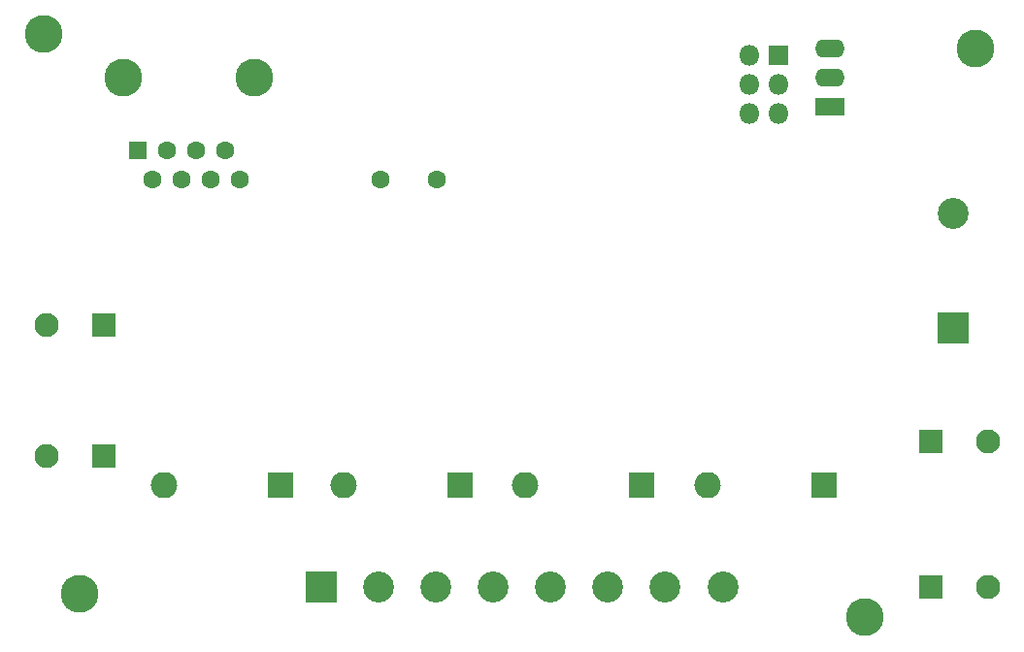
<source format=gbr>
G04 #@! TF.GenerationSoftware,KiCad,Pcbnew,(5.0.0)*
G04 #@! TF.CreationDate,2018-10-13T16:03:11-04:00*
G04 #@! TF.ProjectId,FanBoy,46616E426F792E6B696361645F706362,rev?*
G04 #@! TF.SameCoordinates,Original*
G04 #@! TF.FileFunction,Soldermask,Bot*
G04 #@! TF.FilePolarity,Negative*
%FSLAX46Y46*%
G04 Gerber Fmt 4.6, Leading zero omitted, Abs format (unit mm)*
G04 Created by KiCad (PCBNEW (5.0.0)) date 10/13/18 16:03:11*
%MOMM*%
%LPD*%
G01*
G04 APERTURE LIST*
%ADD10C,3.301600*%
%ADD11R,1.801600X1.801600*%
%ADD12O,1.801600X1.801600*%
%ADD13R,2.101600X2.101600*%
%ADD14C,2.101600*%
%ADD15R,1.601600X1.601600*%
%ADD16C,1.601600*%
%ADD17R,2.601600X1.601600*%
%ADD18O,2.601600X1.601600*%
%ADD19R,2.301600X2.301600*%
%ADD20O,2.301600X2.301600*%
%ADD21R,2.701600X2.701600*%
%ADD22C,2.701600*%
G04 APERTURE END LIST*
D10*
G04 #@! TO.C,REF\002A\002A*
X160147000Y-74549000D03*
G04 #@! TD*
G04 #@! TO.C,REF\002A\002A*
X91694000Y-72517000D03*
G04 #@! TD*
G04 #@! TO.C,REF\002A\002A*
X88519000Y-23622000D03*
G04 #@! TD*
D11*
G04 #@! TO.C,J3*
X152654000Y-25527000D03*
D12*
X150114000Y-25527000D03*
X152654000Y-28067000D03*
X150114000Y-28067000D03*
X152654000Y-30607000D03*
X150114000Y-30607000D03*
G04 #@! TD*
D13*
G04 #@! TO.C,C11*
X165942000Y-71882000D03*
D14*
X170942000Y-71882000D03*
G04 #@! TD*
G04 #@! TO.C,C10*
X88773000Y-60452000D03*
D13*
X93773000Y-60452000D03*
G04 #@! TD*
D14*
G04 #@! TO.C,C12*
X88773000Y-49022000D03*
D13*
X93773000Y-49022000D03*
G04 #@! TD*
D10*
G04 #@! TO.C,J1*
X106934000Y-27432000D03*
X95504000Y-27432000D03*
D15*
X96774000Y-33782000D03*
D16*
X98044000Y-36322000D03*
X99314000Y-33782000D03*
X100584000Y-36322000D03*
X101854000Y-33782000D03*
X103124000Y-36322000D03*
X104394000Y-33782000D03*
X105664000Y-36322000D03*
G04 #@! TD*
D17*
G04 #@! TO.C,U1*
X157099000Y-29972000D03*
D18*
X157099000Y-27432000D03*
X157099000Y-24892000D03*
G04 #@! TD*
D16*
G04 #@! TO.C,Y1*
X122809000Y-36322000D03*
X117929000Y-36322000D03*
G04 #@! TD*
D19*
G04 #@! TO.C,D1*
X156591000Y-62992000D03*
D20*
X146431000Y-62992000D03*
G04 #@! TD*
G04 #@! TO.C,D2*
X130556000Y-62992000D03*
D19*
X140716000Y-62992000D03*
G04 #@! TD*
G04 #@! TO.C,D3*
X124841000Y-62992000D03*
D20*
X114681000Y-62992000D03*
G04 #@! TD*
G04 #@! TO.C,D4*
X99060000Y-62992000D03*
D19*
X109220000Y-62992000D03*
G04 #@! TD*
D21*
G04 #@! TO.C,J2*
X167894000Y-49276000D03*
D22*
X167894000Y-39276000D03*
G04 #@! TD*
D21*
G04 #@! TO.C,J4*
X112776000Y-71882000D03*
D22*
X117776000Y-71882000D03*
X122776000Y-71882000D03*
X127776000Y-71882000D03*
X132776000Y-71882000D03*
X137776000Y-71882000D03*
X142776000Y-71882000D03*
X147776000Y-71882000D03*
G04 #@! TD*
D13*
G04 #@! TO.C,C13*
X165942000Y-59182000D03*
D14*
X170942000Y-59182000D03*
G04 #@! TD*
D10*
G04 #@! TO.C,REF\002A\002A*
X169799000Y-24892000D03*
G04 #@! TD*
M02*

</source>
